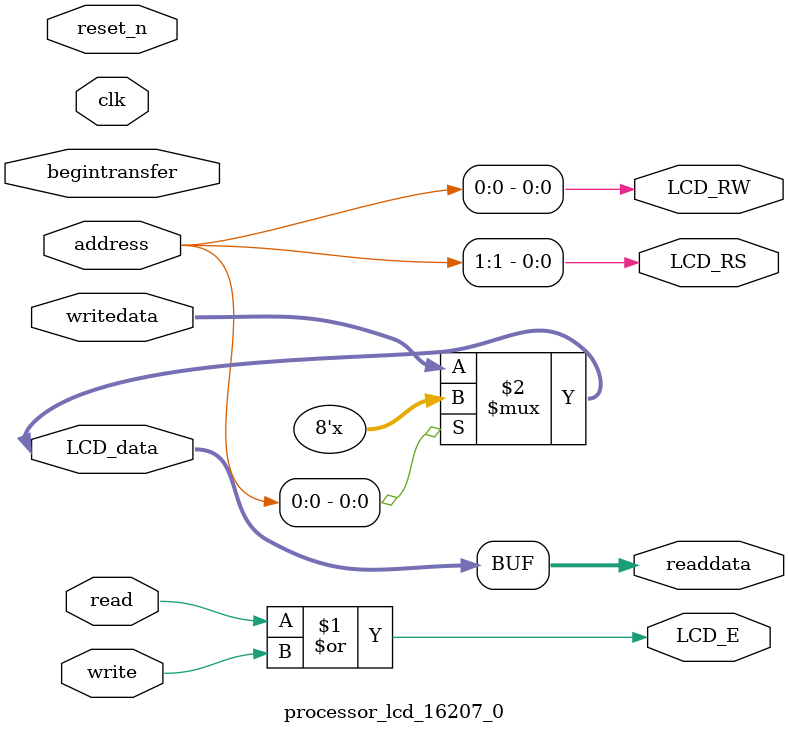
<source format=v>

`timescale 1ns / 1ps
// synthesis translate_on

// turn off superfluous verilog processor warnings 
// altera message_level Level1 
// altera message_off 10034 10035 10036 10037 10230 10240 10030 

module processor_lcd_16207_0 (
                               // inputs:
                                address,
                                begintransfer,
                                clk,
                                read,
                                reset_n,
                                write,
                                writedata,

                               // outputs:
                                LCD_E,
                                LCD_RS,
                                LCD_RW,
                                LCD_data,
                                readdata
                             )
;

  output           LCD_E;
  output           LCD_RS;
  output           LCD_RW;
  inout   [  7: 0] LCD_data;
  output  [  7: 0] readdata;
  input   [  1: 0] address;
  input            begintransfer;
  input            clk;
  input            read;
  input            reset_n;
  input            write;
  input   [  7: 0] writedata;


wire             LCD_E;
wire             LCD_RS;
wire             LCD_RW;
wire    [  7: 0] LCD_data;
wire    [  7: 0] readdata;
  assign LCD_RW = address[0];
  assign LCD_RS = address[1];
  assign LCD_E = read | write;
  assign LCD_data = (address[0]) ? {8{1'bz}} : writedata;
  assign readdata = LCD_data;
  //control_slave, which is an e_avalon_slave

endmodule


</source>
